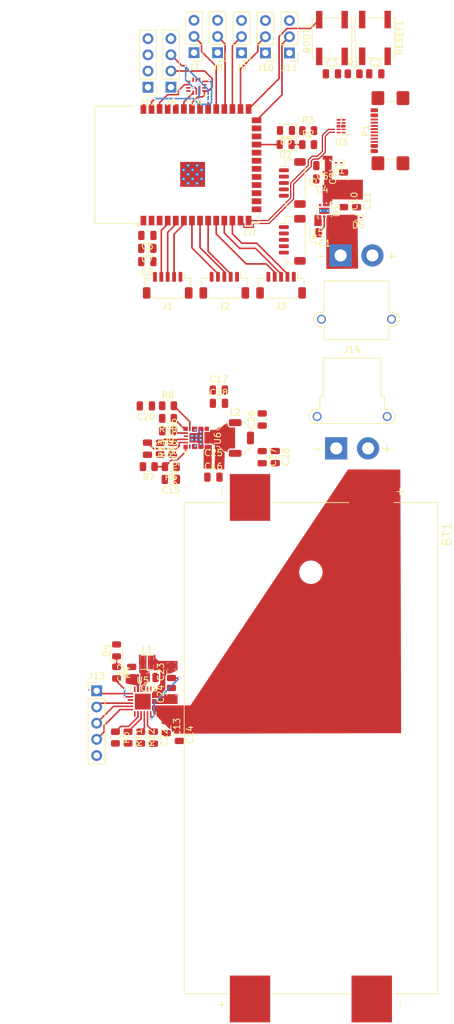
<source format=kicad_pcb>
(kicad_pcb (version 20240108) (generator "pcbnew") (generator_version "8.0")
  (layers (0 "F.Cu" signal) (31 "B.Cu" signal) (34 "B.Paste" user) (35 "F.Paste" user) (36 "B.SilkS" user "B.Silkscreen") (37 "F.SilkS" user "F.Silkscreen") (38 "B.Mask" user) (39 "F.Mask" user) (44 "Edge.Cuts" user))
  (net 0 "")
  (net 1 "GND")
  (net 2 "Net-(U2-GPIO0{slash}BOOT)")
  (net 3 "+5V")
  (net 4 "Net-(U2-EN)")
  (net 5 "+3.3V")
  (net 6 "VBUS")
  (net 7 "+BATT")
  (net 8 "Net-(U6-VCC)")
  (net 9 "Net-(U6-SS)")
  (net 10 "Net-(U5-REGN)")
  (net 11 "Net-(U5-BTST)")
  (net 12 "Net-(D2-A)")
  (net 13 "Net-(D2-K)")
  (net 14 "Net-(D3-K)")
  (net 15 "Net-(D4-K)")
  (net 16 "/HALL1A")
  (net 17 "/HALL1C")
  (net 18 "/HALL1B")
  (net 19 "/HALL2C")
  (net 20 "/HALL2B")
  (net 21 "/HALL2A")
  (net 22 "/HALL3A")
  (net 23 "/HALL3C")
  (net 24 "/HALL3B")
  (net 25 "/HALL4A")
  (net 26 "/HALL4B")
  (net 27 "/HALL4C")
  (net 28 "/HALL5A")
  (net 29 "/HALL5C")
  (net 30 "/HALL5B")
  (net 31 "/IMU/SCLK")
  (net 32 "/IMU/SDO")
  (net 33 "/MOTOR1")
  (net 34 "/MOTOR2")
  (net 35 "/MOTOR3")
  (net 36 "/MOTOR4")
  (net 37 "/MOTOR5")
  (net 38 "Net-(J12-Pin_3)")
  (net 39 "Net-(J12-Pin_2)")
  (net 40 "Net-(J13-Pin_3)")
  (net 41 "Net-(J13-Pin_1)")
  (net 42 "Net-(J13-Pin_4)")
  (net 43 "Net-(J13-Pin_2)")
  (net 45 "/MCU/USB_N")
  (net 50 "/MCU/USB_P")
  (net 52 "Net-(U5-STAT)")
  (net 53 "Net-(U5-ILIM)")
  (net 54 "Net-(U6-EN)")
  (net 55 "Net-(U6-PG)")
  (net 56 "Net-(U6-ILIM)")
  (net 57 "Net-(U6-MSEL)")
  (net 58 "Net-(U5-MID)")
  (net 59 "/Power/CELL_1")
  (net 60 "Net-(U5-CBSET)")
  (net 61 "Net-(U6-FB)")
  (net 64 "/IMU/SDI")
  (net 67 "/IMU/SCS")
  (net 68 "/IMU/INT1")
  (net 70 "/IMU/INT2")
  (net 79 "/Power/PMID")
  (net 80 "/Power/SNS")
  (net 81 "/Power/SW_BAT")
  (net 82 "/Power/SW_5")
  (net 83 "/Power/BOOT")
  (footprint "Capacitor_SMD:C_0805_2012Metric" (layer "F.Cu") (at 75.9714 42.3926)
    (property "Reference" "C3")
    (property "Value" "0.1u")
  )
  (footprint "RF_Module:ESP32-S3-WROOM-1" (layer "F.Cu") (at 51.639 56.666 90)
    (property "Reference" "U2")
    (property "Value" "ESP32-S3-WROOM-1")
  )
  (footprint "Capacitor_SMD:C_0805_2012Metric" (layer "F.Cu") (at 47.0154 101.1878 -90)
    (property "Reference" "C21")
    (property "Value" "39n")
  )
  (footprint "Capacitor_SMD:C_0805_2012Metric" (layer "F.Cu") (at 50.6882 106.0138 180)
    (property "Reference" "C15")
    (property "Value" "100n")
  )
  (footprint "Resistor_SMD:R_0805_2012Metric" (layer "F.Cu") (at 43.9674 146.4995 -90)
    (property "Reference" "R11")
    (property "Value" "300")
  )
  (footprint "Diode_SMD:D_SOD-923" (layer "F.Cu") (at 77.0267 56.3372 180)
    (property "Reference" "D1")
    (property "Value" "ESD9B3.3ST5G")
  )
  (footprint "Connector_JST:JST_SH_BM05B-SRSS-TB_1x05-1MP_P1.00mm_Vertical" (layer "F.Cu") (at 69.7526 68.4342 -90)
    (property "Reference" "J4")
    (property "Value" "HALL4")
  )
  (footprint "Package_DFN_QFN:Diodes_UDFN-10_1.0x2.5mm_P0.5mm" (layer "F.Cu") (at 77.4127 50.6048 180)
    (property "Reference" "U3")
    (property "Value" "D3V3XA4B10LP")
  )
  (footprint "Inductor_SMD:L_Taiyo-Yuden_MD-2020" (layer "F.Cu") (at 46.9544 134.7158)
    (property "Reference" "L1")
    (property "Value" "1u")
  )
  (footprint "Capacitor_SMD:C_0805_2012Metric" (layer "F.Cu") (at 52.0192 146.0746 -90)
    (property "Reference" "C14")
    (property "Value" "1u")
  )
  (footprint "Capacitor_SMD:C_0805_2012Metric" (layer "F.Cu") (at 57.3684 105.6582)
    (property "Reference" "C16")
    (property "Value" "4.7u")
  )
  (footprint "Capacitor_SMD:C_0805_2012Metric" (layer "F.Cu") (at 57.3786 103.5246)
    (property "Reference" "C25")
    (property "Value" "100n")
  )
  (footprint "Capacitor_SMD:C_0805_2012Metric" (layer "F.Cu") (at 46.7633 94.4822 180)
    (property "Reference" "C20")
    (property "Value" "2.2u")
  )
  (footprint "Connector_JST:JST_SH_BM05B-SRSS-TB_1x05-1MP_P1.00mm_Vertical" (layer "F.Cu") (at 69.7526 59.5188 -90)
    (property "Reference" "J5")
    (property "Value" "HALL5")
  )
  (footprint "Connector_AMASS:AMASS_XT30PW-F_1x02_P2.50mm_Horizontal" (layer "F.Cu") (at 76.6464 101.1402)
    (property "Reference" "J14")
    (property "Value" "Battery Connector Bat")
  )
  (footprint "Connector_JST:JST_SH_BM05B-SRSS-TB_1x05-1MP_P1.00mm_Vertical" (layer "F.Cu") (at 67.9904 75.56 180)
    (property "Reference" "J3")
    (property "Value" "HALL3")
  )
  (footprint "Diode_SMD:D_SOD-923" (layer "F.Cu") (at 80.0862 64.9478 180)
    (property "Reference" "D5")
    (property "Value" "ESD9B5.0ST5G")
  )
  (footprint "Resistor_SMD:R_0805_2012Metric" (layer "F.Cu") (at 41.9862 146.4995 -90)
    (property "Reference" "R5")
    (property "Value" "383")
  )
  (footprint "Connector_PinHeader_2.54mm:PinHeader_1x03_P2.54mm_Vertical" (layer "F.Cu") (at 69.302 39.121 180)
    (property "Reference" "J11")
    (property "Value" "MOTOR5")
  )
  (footprint "Capacitor_SMD:C_0805_2012Metric" (layer "F.Cu") (at 47.0002 67.7418 180)
    (property "Reference" "C6")
    (property "Value" "10u")
  )
  (footprint "Capacitor_SMD:C_0805_2012Metric" (layer "F.Cu") (at 50.7746 139.6688 90)
    (property "Reference" "C24")
    (property "Value" "44u")
  )
  (footprint "Capacitor_SMD:C_0805_2012Metric" (layer "F.Cu") (at 74.4728 58.8772 180)
    (property "Reference" "C4")
    (property "Value" "1u")
  )
  (footprint "Capacitor_SMD:C_0805_2012Metric" (layer "F.Cu") (at 47.9552 146.5097 -90)
    (property "Reference" "C22")
    (property "Value" "4.7u")
  )
  (footprint "Inductor_SMD:L_Bourns_SRU5016_5.2x5.2mm" (layer "F.Cu") (at 60.7822 99.5114)
    (property "Reference" "L2")
    (property "Value" "220u")
  )
  (footprint "Resistor_SMD:R_0805_2012Metric" (layer "F.Cu") (at 72.2357 53.4924)
    (property "Reference" "R2")
    (property "Value" "500")
  )
  (footprint "LED_SMD:LED_0805_2012Metric" (layer "F.Cu") (at 68.707 53.4924 180)
    (property "Reference" "D2")
    (property "Value" "LED")
  )
  (footprint "Capacitor_SMD:C_0805_2012Metric" (layer "F.Cu") (at 44.5414 136.3668 90)
    (property "Reference" "C12")
    (property "Value" "1u")
  )
  (footprint "Capacitor_SMD:C_0805_2012Metric" (layer "F.Cu") (at 77.8054 62.357 -90)
    (property "Reference" "C10")
    (property "Value" "0.1u")
  )
  (footprint "Resistor_SMD:R_0805_2012Metric" (layer "F.Cu") (at 50.2431 98.4192 180)
    (property "Reference" "R9")
    (property "Value" "11k")
  )
  (footprint "Capacitor_SMD:C_0805_2012Metric" (layer "F.Cu") (at 47.3354 137.078 180)
    (property "Reference" "C19")
    (property "Value" "10u")
  )
  (footprint "Resistor_SMD:R_0805_2012Metric" (layer "F.Cu") (at 79.375 42.3926)
    (property "Reference" "R1")
    (property "Value" "10k")
  )
  (footprint "Package_LGA:Bosch_LGA-14_3x2.5mm_P0.5mm" (layer "F.Cu") (at 54.6942 44.3449 180)
    (property "Reference" "U4")
    (property "Value" "IIM-42652")
  )
  (footprint "Button_Switch_SMD:SW_SPST_EVPBF" (layer "F.Cu") (at 75.978 36.785 90)
    (property "Reference" "BOOT1")
    (property "Value" "SW_Push")
  )
  (footprint "Capacitor_SMD:C_0805_2012Metric" (layer "F.Cu") (at 65.024 102.5238 -90)
    (property "Reference" "C27")
    (property "Value" "47u")
  )
  (footprint "Resistor_SMD:R_0805_2012Metric" (layer "F.Cu") (at 42.164 136.3141 -90)
    (property "Reference" "R4")
    (property "Value" "2.2k")
  )
  (footprint "Connector_PinHeader_2.54mm:PinHeader_1x03_P2.54mm_Vertical" (layer "F.Cu") (at 58.022 39.076 180)
    (property "Reference" "J8")
    (property "Value" "MOTOR2")
  )
  (footprint "Resistor_SMD:R_0805_2012Metric" (layer "F.Cu") (at 50.2431 94.4568)
    (property "Reference" "R8")
    (property "Value" "10k")
  )
  (footprint "Capacitor_SMD:C_0805_2012Metric" (layer "F.Cu") (at 58.2168 91.993)
    (property "Reference" "C17")
    (property "Value" "1u")
  )
  (footprint "Capacitor_SMD:C_0805_2012Metric" (layer "F.Cu") (at 74.4728 56.7944 180)
    (property "Reference" "C5")
    (property "Value" "1u")
  )
  (footprint "Connector_PinHeader_2.54mm:PinHeader_1x03_P2.54mm_Vertical" (layer "F.Cu") (at 54.322 39.076 180)
    (property "Reference" "J7")
    (property "Value" "MOTOR1")
  )
  (footprint "Capacitor_SMD:C_0805_2012Metric" (layer "F.Cu") (at 82.7786 42.3926)
    (property "Reference" "C2")
    (property "Value" "0.1u")
  )
  (footprint "Capacitor_SMD:C_0805_2012Metric" (layer "F.Cu") (at 49.9618 144.8554 -90)
    (property "Reference" "C13")
    (property "Value" "4.7u")
  )
  (footprint "Connector_PinHeader_2.54mm:PinHeader_1x03_P2.54mm_Vertical" (layer "F.Cu") (at 65.532 39.116 180)
    (property "Reference" "J10")
    (property "Value" "MOTOR4")
  )
  (footprint "Package_SON:WSON-6-1EP_2x2mm_P0.65mm_EP1x1.6mm_ThermalVias" (layer "F.Cu") (at 74.7726 63.881 -90)
    (property "Reference" "U1")
    (property "Value" "TLV76733DRVx")
  )
  (footprint "Resistor_SMD:R_0805_2012Metric" (layer "F.Cu") (at 47.2186 104.0072 180)
    (property "Reference" "R7")
    (property "Value" "100k")
  )
  (footprint "Package_DFN_QFN:VQFN-24-1EP_4x4mm_P0.5mm_EP2.5x2.5mm" (layer "F.Cu") (at 46.2734 140.8555)
    (property "Reference" "U5")
    (property "Value" "BQ25887")
  )
  (footprint "Capacitor_SMD:C_0805_2012Metric" (layer "F.Cu") (at 65.024 96.6158 90)
    (property "Reference" "C26")
    (property "Value" "47u")
  )
  (footprint "LED_SMD:LED_0805_2012Metric" (layer "F.Cu") (at 68.7601 51.2826 180)
    (property "Reference" "D3")
    (property "Value" "LED")
  )
  (footprint "Capacitor_SMD:C_0805_2012Metric" (layer "F.Cu") (at 50.7746 136.2042 90)
    (property "Reference" "C23")
    (property "Value" "47n")
  )
  (footprint "Capacitor_SMD:C_0805_2012Metric" (layer "F.Cu") (at 74.8386 67.31 180)
    (property "Reference" "C1")
    (property "Value" "1u")
  )
  (footprint "Capacitor_SMD:C_0805_2012Metric" (layer "F.Cu") (at 79.8424 62.3672 -90)
    (property "Reference" "C11")
    (property "Value" "2.2u")
  )
  (footprint "Capacitor_SMD:C_0805_2012Metric" (layer "F.Cu") (at 67.0814 102.5086 -90)
    (property "Reference" "C28")
    (property "Value" "47u")
  )
  (footprint "Capacitor_SMD:C_0805_2012Metric" (layer "F.Cu") (at 46.99 69.7738 180)
    (property "Reference" "C7")
    (property "Value" "1u")
  )
  (footprint "Button_Switch_SMD:SW_SPST_EVPBF" (layer "F.Cu") (at 82.7212 36.7636 -90)
    (property "Reference" "RESET1")
    (property "Value" "SW_Push")
  )
  (footprint "Connector_JST:JST_SH_BM05B-SRSS-TB_1x05-1MP_P1.00mm_Vertical" (layer "F.Cu") (at 59.0804 75.56 180)
    (property "Reference" "J2")
    (property "Value" "HALL2")
  )
  (footprint "Resistor_SMD:R_0805_2012Metric" (layer "F.Cu") (at 45.9486 146.4995 -90)
    (property "Reference" "R12")
    (property "Value" "9.5")
  )
  (footprint "Connector_PinHeader_2.54mm:PinHeader_1x05_P2.54mm_Vertical" (layer "F.Cu") (at 39.0398 139.1608)
    (property "Reference" "J13")
    (property "Value" "Conn_01x05_Pin")
  )
  (footprint "Connector_USB:USB_C_Receptacle_GCT_USB4110" (layer "F.Cu") (at 86.298 51.3136 90)
    (property "Reference" "P1")
    (property "Value" "USB_C_Plug_USB2.0")
  )
  (footprint "Capacitor_SMD:C_0805_2012Metric" (layer "F.Cu") (at 58.227 94.0758)
    (property "Reference" "C18")
    (property "Value" "100n")
  )
  (footprint "Connector_JST:JST_SH_BM05B-SRSS-TB_1x05-1MP_P1.00mm_Vertical" (layer "F.Cu") (at 50.1904 75.565 180)
    (property "Reference" "J1")
    (property "Value" "HALL1")
  )
  (footprint "LED_SMD:LED_0805_2012Metric" (layer "F.Cu") (at 42.164 132.8301 90)
    (property "Reference" "D4")
    (property "Value" "LED")
  )
  (footprint "Connector_PinHeader_2.54mm:PinHeader_1x03_P2.54mm_Vertical" (layer "F.Cu") (at 61.782 39.101 180)
    (property "Reference" "J9")
    (property "Value" "MOTOR3")
  )
  (footprint "Resistor_SMD:R_0805_2012Metric" (layer "F.Cu") (at 50.6749 104.0072 180)
    (property "Reference" "R6")
    (property "Value" "422k")
  )
  (footprint "Connector_PinHeader_2.54mm:PinHeader_1x04_P2.54mm_Vertical" (layer "F.Cu") (at 50.6984 44.4908 180)
    (property "Reference" "J6")
    (property "Value" "Conn_01x04_Pin")
  )
  (footprint "Resistor_SMD:R_0805_2012Metric" (layer "F.Cu") (at 50.9778 101.1897 90)
    (property "Reference" "R13")
    (property "Value" "45.3k")
  )
  (footprint "Resistor_SMD:R_0805_2012Metric" (layer "F.Cu") (at 50.2431 96.438 180)
    (property "Reference" "R10")
    (property "Value" "5k")
  )
  (footprint "fydp library:BAT_1048P" (layer "F.Cu") (at 72.6694 148.168 -90)
    (property "Reference" "BT1")
    (property "Value" "1048P")
  )
  (footprint "Resistor_SMD:R_0805_2012Metric" (layer "F.Cu") (at 49.022 101.1878 -90)
    (property "Reference" "R14")
    (property "Value" "10k")
  )
  (footprint "fydp library:RZR0016A-MFG" (layer "F.Cu") (at 54.661801 99.486 90)
    (property "Reference" "U6")
    (property "Value" "TPS54KB20RZRR")
  )
  (footprint "Resistor_SMD:R_0805_2012Metric" (layer "F.Cu") (at 72.2422 51.308)
    (property "Reference" "R3")
    (property "Value" "5.1k")
  )
  (footprint "Connector_AMASS:AMASS_XT30PW-M_1x02_P2.50mm_Horizontal" (layer "F.Cu") (at 77.3322 70.8806 180)
    (property "Reference" "J15")
    (property "Value" "Battery Connector MCU")
  )
  (footprint "Capacitor_SMD:C_0805_2012Metric" (layer "F.Cu") (at 46.99 71.8566 180)
    (property "Reference" "C8")
    (property "Value" "1u")
  )
  (footprint "Capacitor_SMD:C_0805_2012Metric" (layer "F.Cu") (at 77.8104 58.8162 90)
    (property "Reference" "C9")
    (property "Value" "10n")
  )
  (footprint "Connector_PinHeader_2.54mm:PinHeader_1x04_P2.54mm_Vertical" (layer "F.Cu") (at 47.0916 44.5008 180)
    (property "Reference" "J12")
    (property "Value" "Conn_01x04_Pin")
  )
  (segment (start 74.7726 66.426) (end 73.8886 67.31) (width 0.25) (layer "F.Cu") (net 1))
  (segment (start 74.7726 64.7685) (end 74.7726 66.426) (width 0.25) (layer "F.Cu") (net 1))
  (segment (start 62.889 47.916) (end 67.677 43.128) (width 0.25) (layer "F.Cu") (net 2))
  (segment (start 72.6024 35.2806) (end 73.978 33.905) (width 0.25) (layer "F.Cu") (net 2))
  (segment (start 68.940699 35.2806) (end 72.6024 35.2806) (width 0.25) (layer "F.Cu") (net 2))
  (segment (start 67.677 43.128) (end 67.677 36.544299) (width 0.25) (layer "F.Cu") (net 2))
  (segment (start 67.677 36.544299) (end 68.940699 35.2806) (width 0.25) (layer "F.Cu") (net 2))
  (segment (start 52.0028 100.7848) (end 51.5998 101.1878) (width 0.25) (layer "F.Cu") (net 9))
  (segment (start 52.0028 100.2226) (end 52.0028 100.7848) (width 0.25) (layer "F.Cu") (net 9))
  (segment (start 53.036798 100.235999) (end 53.023399 100.2226) (width 0.25) (layer "F.Cu") (net 9))
  (segment (start 47.9654 101.1878) (end 47.0154 100.2378) (width 0.25) (layer "F.Cu") (net 9))
  (segment (start 51.5998 101.1878) (end 47.9654 101.1878) (width 0.25) (layer "F.Cu") (net 9))
  (segment (start 53.023399 100.2226) (end 52.0028 100.2226) (width 0.25) (layer "F.Cu") (net 9))
  (segment (start 47.0234 144.6279) (end 47.9552 145.5597) (width 0.25) (layer "F.Cu") (net 10))
  (segment (start 47.0234 142.793) (end 47.0234 144.6279) (width 0.25) (layer "F.Cu") (net 10))
  (segment (start 51.9938 137.1796) (end 51.9684 137.1542) (width 0.25) (layer "F.Cu") (net 11))
  (segment (start 47.5234 143.555) (end 47.5234 142.793) (width 0.25) (layer "F.Cu") (net 11))
  (segment (start 50.7746 137.1542) (end 51.9938 137.1796) (width 0.25) (layer "F.Cu") (net 11))
  (via (at 47.5234 143.555) (size 0.4) (drill 0.3) (layers "F.Cu" "B.Cu") (net 11))
  (via (at 51.9938 137.1796) (size 0.4) (drill 0.3) (layers "F.Cu" "B.Cu") (net 11))
  (segment (start 48.0568 142.6406) (end 48.0568 142.793) (width 0.25) (layer "B.Cu") (net 11))
  (segment (start 51.9938 137.1796) (end 48.0568 141.1166) (width 0.25) (layer "B.Cu") (net 11))
  (segment (start 48.0568 141.1166) (end 48.0568 142.6406) (width 0.25) (layer "B.Cu") (net 11))
  (segment (start 48.0568 143.0216) (end 47.5234 143.555) (width 0.25) (layer "B.Cu") (net 11))
  (segment (start 48.0568 142.6406) (end 48.0568 143.0216) (width 0.25) (layer "B.Cu") (net 11))
  (segment (start 64.139 53.491) (end 67.7681 53.491) (width 0.25) (layer "F.Cu") (net 12))
  (segment (start 67.7681 53.491) (end 67.7695 53.4924) (width 0.25) (layer "F.Cu") (net 12))
  (segment (start 69.6445 53.4924) (end 71.3232 53.4924) (width 0.25) (layer "F.Cu") (net 13))
  (segment (start 42.164 135.4016) (end 42.164 133.7676) (width 0.25) (layer "F.Cu") (net 15))
  (segment (start 50.189 65.9398) (end 50.189 65.416) (width 0.25) (layer "F.Cu") (net 16))
  (segment (start 49.1904 74.24) (end 49.1904 66.9384) (width 0.25) (layer "F.Cu") (net 16))
  (segment (start 49.1904 66.9384) (end 50.189 65.9398) (width 0.25) (layer "F.Cu") (net 16))
  (segment (start 51.1904 67.5346) (end 52.729 65.996) (width 0.25) (layer "F.Cu") (net 17))
  (segment (start 52.729 65.996) (end 52.729 65.416) (width 0.25) (layer "F.Cu") (net 17))
  (segment (start 51.1904 74.24) (end 51.1904 67.5346) (width 0.25) (layer "F.Cu") (net 17))
  (segment (start 50.1904 67.2646) (end 51.459 65.996) (width 0.25) (layer "F.Cu") (net 18))
  (segment (start 50.1904 74.24) (end 50.1904 67.2646) (width 0.25) (layer "F.Cu") (net 18))
  (segment (start 51.459 65.996) (end 51.459 65.416) (width 0.25) (layer "F.Cu") (net 18))
  (segment (start 60.0804 73.784092) (end 60.0804 74.235) (width 0.25) (layer "F.Cu") (net 19))
  (segment (start 56.539 70.242692) (end 60.0804 73.784092) (width 0.25) (layer "F.Cu") (net 19))
  (segment (start 56.539 65.416) (end 56.539 70.242692) (width 0.25) (layer "F.Cu") (net 19))
  (segment (start 59.0804 73.460001) (end 55.269 69.648601) (width 0.25) (layer "F.Cu") (net 20))
  (segment (start 59.0804 74.235) (end 59.0804 73.460001) (width 0.25) (layer "F.Cu") (net 20))
  (segment (start 55.269 69.648601) (end 55.269 65.416) (width 0.25) (layer "F.Cu") (net 20))
  (segment (start 53.999 69.6862) (end 58.0804 73.7676) (width 0.25) (layer "F.Cu") (net 21))
  (segment (start 53.999 65.416) (end 53.999 69.6862) (width 0.25) (layer "F.Cu") (net 21))
  (segment (start 58.0804 73.7676) (end 58.0804 74.235) (width 0.25) (layer "F.Cu") (net 21))
  (segment (start 57.809 65.416) (end 57.809 67.504508) (width 0.25) (layer "F.Cu") (net 22))
  (segment (start 65.659 72.2122) (end 66.9904 73.5436) (width 0.25) (layer "F.Cu") (net 22))
  (segment (start 62.516692 72.2122) (end 65.659 72.2122) (width 0.25) (layer "F.Cu") (net 22))
  (segment (start 57.809 67.504508) (end 62.516692 72.2122) (width 0.25) (layer "F.Cu") (net 22))
  (segment (start 66.9904 73.5436) (end 66.9904 74.235) (width 0.25) (layer "F.Cu") (net 22))
  (segment (start 60.349 67.4864) (end 61.8236 68.961) (width 0.25) (layer "F.Cu") (net 23))
  (segment (start 61.8236 68.961) (end 64.167308 68.961) (width 0.25) (layer "F.Cu") (net 23))
  (segment (start 64.167308 68.961) (end 68.9904 73.784092) (width 0.25) (layer "F.Cu") (net 23))
  (segment (start 68.9904 73.784092) (end 68.9904 74.235) (width 0.25) (layer "F.Cu") (net 23))
  (segment (start 60.349 65.416) (end 60.349 67.4864) (width 0.25) (layer "F.Cu") (net 23))
  (segment (start 63.980108 69.7738) (end 67.9904 73.784092) (width 0.25) (layer "F.Cu") (net 24))
  (segment (start 67.9904 73.784092) (end 67.9904 74.235) (width 0.25) (layer "F.Cu") (net 24))
  (segment (start 59.079 65.416) (end 59.079 67.3594) (width 0.25) (layer "F.Cu") (net 24))
  (segment (start 59.079 67.3594) (end 61.4934 69.7738) (width 0.25) (layer "F.Cu") (net 24))
  (segment (start 61.4934 69.7738) (end 63.980108 69.7738) (width 0.25) (layer "F.Cu") (net 24))
  (segment (start 56.5404 47.9146) (end 56.539 47.916) (width 0.25) (layer "F.Cu") (net 31))
  (segment (start 54.4501 44.5008) (end 54.2036 44.5008) (width 0.25) (layer "F.Cu") (net 31))
  (segment (start 53.0098 41.148) (end 53.0352 41.1226) (width 0.25) (layer "F.Cu") (net 31))
  (segment (start 52.4102 41.1226) (end 53.0098 41.148) (width 0.25) (layer "F.Cu") (net 31))
  (segment (start 54.6942 44.7449) (end 54.4501 44.5008) (width 0.25) (layer "F.Cu") (net 31))
  (segment (start 50.6984 39.4108) (end 52.4102 41.1226) (width 0.25) (layer "F.Cu") (net 31))
  (segment (start 54.6942 45.3574) (end 54.6942 44.7449) (width 0.25) (layer "F.Cu") (net 31))
  (segment (start 56.5404 46.6598) (end 56.5404 47.9146) (width 0.25) (layer "F.Cu") (net 31))
  (via (at 54.2036 44.5262) (size 0.4) (drill 0.3) (layers "F.Cu" "B.Cu") (net 31))
  (via (at 53.0098 41.148) (size 0.4) (drill 0.3) (layers "F.Cu" "B.Cu") (net 31))
  (via (at 56.5404 46.6598) (size 0.4) (drill 0.3) (layers "F.Cu" "B.Cu") (net 31))
  (segment (start 53.0098 41.148) (end 53.0098 41.319937) (width 0.25) (layer "B.Cu") (net 31))
  (segment (start 53.0098 41.148) (end 53.0098 43.3324) (width 0.25) (layer "B.Cu") (net 31))
  (segment (start 56.5404 44.850537) (end 56.5404 46.6344) (width 0.25) (layer "B.Cu") (net 31))
  (segment (start 53.0098 43.3324) (end 54.2036 44.5262) (width 0.25) (layer "B.Cu") (net 31))
  (segment (start 53.0098 41.319937) (end 56.5404 44.850537) (width 0.25) (layer "B.Cu") (net 31))
  (segment (start 55.9567 45.7074) (end 55.9567 45.0949) (width 0.25) (layer "F.Cu") (net 32))
  (segment (start 57.1682 44.4959) (end 57.1682 43.1474) (width 0.25) (layer "F.Cu") (net 32))
  (segment (start 54.8951 46.0199) (end 55.6442 46.0199) (width 0.25) (layer "F.Cu") (net 32))
  (segment (start 55.9716 41.9508) (end 50.6984 41.9508) (width 0.25) (layer "F.Cu") (net 32))
  (segment (start 53.999 46.916) (end 54.8951 46.0199) (width 0.25) (layer "F.Cu") (net 32))
  (segment (start 53.999 47.916) (end 53.999 46.916) (width 0.25) (layer "F.Cu") (net 32))
  (segment (start 55.6442 46.0199) (end 55.9567 45.7074) (width 0.25) (layer "F.Cu") (net 32))
  (segment (start 55.9567 45.0949) (end 56.5692 45.0949) (width 0.25) (layer "F.Cu") (net 32))
  (segment (start 56.5692 45.0949) (end 57.1682 44.4959) (width 0.25) (layer "F.Cu") (net 32))
  (segment (start 57.1682 43.1474) (end 55.9716 41.9508) (width 0.25) (layer "F.Cu") (net 32))
  (segment (start 55.497 37.711) (end 54.322 36.536) (width 0.25) (layer "F.Cu") (net 33))
  (segment (start 57.809 47.916) (end 57.809 41.213) (width 0.25) (layer "F.Cu") (net 33))
  (segment (start 55.497 38.901) (end 55.497 37.711) (width 0.25) (layer "F.Cu") (net 33))
  (segment (start 57.809 41.213) (end 55.497 38.901) (width 0.25) (layer "F.Cu") (net 33))
  (segment (start 59.079 47.916) (end 59.197 47.798) (width 0.25) (layer "F.Cu") (net 34))
  (segment (start 59.197 37.711) (end 58.022 36.536) (width 0.25) (layer "F.Cu") (net 34))
  (segment (start 59.197 47.798) (end 59.197 37.711) (width 0.25) (layer "F.Cu") (net 34))
  (segment (start 60.349 37.994) (end 61.782 36.561) (width 0.25) (layer "F.Cu") (net 35))
  (segment (start 60.349 47.916) (end 60.349 37.994) (width 0.25) (layer "F.Cu") (net 35))
  (segment (start 61.619 41.614) (end 64.357 38.876) (width 0.25) (layer "F.Cu") (net 36))
  (segment (start 64.357 38.876) (end 64.357 37.751) (width 0.25) (layer "F.Cu") (net 36))
  (segment (start 64.357 37.751) (end 65.532 36.576) (width 0.25) (layer "F.Cu") (net 36))
  (segment (start 61.619 47.916) (end 61.619 41.614) (width 0.25) (layer "F.Cu") (net 36))
  (segment (start 64.139 49.681) (end 68.127 45.693) (width 0.25) (layer "F.Cu") (net 37))
  (segment (start 68.127 37.756) (end 69.302 36.581) (width 0.25) (layer "F.Cu") (net 37))
  (segment (start 68.127 45.693) (end 68.127 37.756) (width 0.25) (layer "F.Cu") (net 37))
  (segment (start 41.6751 141.6055) (end 39.0398 144.2408) (width 0.25) (layer "F.Cu") (net 40))
  (segment (start 46.2329 141.0355) (end 46.2124 141.015) (width 0.25) (layer "F.Cu") (net 40))
  (segment (start 44.3359 141.6055) (end 41.6751 141.6055) (width 0.25) (layer "F.Cu") (net 40))
  (segment (start 37.7969 139.0355) (end 37.7444 138.983) (width 0.25) (layer "F.Cu") (net 41))
  (segment (start 44.3359 139.6055) (end 39.4845 139.6055) (width 0.25) (layer "F.Cu") (net 41))
  (segment (start 39.4845 139.6055) (end 39.0398 139.1608) (width 0.25) (layer "F.Cu") (net 41))
  (segment (start 42.7228 142.1055) (end 40.2148 144.6135) (width 0.25) (layer "F.Cu") (net 42))
  (segment (start 44.3359 142.1055) (end 42.7228 142.1055) (width 0.25) (layer "F.Cu") (net 42))
  (segment (start 40.2148 144.6135) (end 40.2148 145.6058) (width 0.25) (layer "F.Cu") (net 42))
  (segment (start 40.2148 145.6058) (end 39.0398 146.7808) (width 0.25) (layer "F.Cu") (net 42))
  (segment (start 39.6351 141.1055) (end 39.0398 141.7008) (width 0.25) (layer "F.Cu") (net 43))
  (segment (start 44.3359 141.1055) (end 39.6351 141.1055) (width 0.25) (layer "F.Cu") (net 43))
  (segment (start 63.639 66.466) (end 63.639 65.866) (width 0.2) (layer "F.Cu") (net 45))
  (segment (start 69.95258 59.70242) (end 72.7228 56.9322) (width 0.2) (layer "F.Cu") (net 45))
  (segment (start 62.069 65.866) (end 62.139 65.866) (width 0.2) (layer "F.Cu") (net 45))
  (segment (start 62.139 66.466) (end 63.639 66.466) (width 0.2) (layer "F.Cu") (net 45))
  (segment (start 69.95258 62.034076) (end 69.95258 59.70242) (width 0.2) (layer "F.Cu") (net 45))
  (segment (start 72.7228 56.9322) (end 72.7228 56.084656) (width 0.2) (layer "F.Cu") (net 45))
  (segment (start 63.639 65.866) (end 66.120656 65.866) (width 0.2) (layer "F.Cu") (net 45))
  (segment (start 66.120656 65.866) (end 69.95258 62.034076) (width 0.2) (layer "F.Cu") (net 45))
  (segment (start 72.7228 56.084656) (end 73.038056 55.7694) (width 0.2) (layer "F.Cu") (net 45))
  (segment (start 74.9264 54.7286) (end 74.9264 52.214) (width 0.2) (layer "F.Cu") (net 45))
  (segment (start 75.582 51.5584) (end 76.379615 51.5584) (width 0.2) (layer "F.Cu") (net 45))
  (segment (start 73.8856 55.7694) (end 74.9264 54.7286) (width 0.2) (layer "F.Cu") (net 45))
  (segment (start 73.038056 55.7694) (end 73.8856 55.7694) (width 0.2) (layer "F.Cu") (net 45))
  (segment (start 62.139 65.866) (end 62.139 66.466) (width 0.2) (layer "F.Cu") (net 45))
  (segment (start 61.619 65.416) (end 62.069 65.866) (width 0.2) (layer "F.Cu") (net 45))
  (segment (start 74.9264 52.214) (end 75.582 51.5584) (width 0.2) (layer "F.Cu") (net 45))
  (segment (start 74.4764 54.5422) (end 74.4764 52.0276) (width 0.2) (layer "F.Cu") (net 50))
  (segment (start 69.5026 61.859352) (end 69.5026 59.516) (width 0.2) (layer "F.Cu") (net 50))
  (segment (start 69.5026 59.516) (end 72.27282 56.74578) (width 0.2) (layer "F.Cu") (net 50))
  (segment (start 74.4764 52.0276) (end 75.3956 51.1084) (width 0.2) (layer "F.Cu") (net 50))
  (segment (start 62.889 65.416) (end 65.945952 65.416) (width 0.2) (layer "F.Cu") (net 50))
  (segment (start 72.27282 56.74578) (end 72.27282 55.898268) (width 0.2) (layer "F.Cu") (net 50))
  (segment (start 72.851668 55.31942) (end 73.69918 55.31942) (width 0.2) (layer "F.Cu") (net 50))
  (segment (start 72.27282 55.898268) (end 72.851668 55.31942) (width 0.2) (layer "F.Cu") (net 50))
  (segment (start 75.3956 51.1084) (end 76.379615 51.1084) (width 0.2) (layer "F.Cu") (net 50))
  (segment (start 65.945952 65.416) (end 69.5026 61.859352) (width 0.2) (layer "F.Cu") (net 50))
  (segment (start 73.69918 55.31942) (end 74.4764 54.5422) (width 0.2) (layer "F.Cu") (net 50))
  (segment (start 43.4799 140.1055) (end 43.434 140.1514) (width 0.25) (layer "F.Cu") (net 52))
  (segment (start 42.164 137.6622) (end 43.4086 138.9068) (width 0.25) (layer "F.Cu") (net 52))
  (segment (start 42.164 137.2266) (end 42.164 137.6622) (width 0.25) (layer "F.Cu") (net 52))
  (segment (start 44.3359 140.1055) (end 43.4799 140.1055) (width 0.25) (layer "F.Cu") (net 52))
  (via (at 43.434 140.1514) (size 0.4) (drill 0.3) (layers "F.Cu" "B.Cu") (net 52))
  (via (at 43.4086 138.9322) (size 0.4) (drill 0.3) (layers "F.Cu" "B.Cu") (net 52))
  (segment (start 43.4086 138.9322) (end 43.4086 140.0752) (width 0.25) (layer "B.Cu") (net 52))
  (segment (start 43.4086 140.0752) (end 43.434 140.1006) (width 0.25) (layer "B.Cu") (net 52))
  (segment (start 45.5234 143.28024) (end 44.05414 144.7495) (width 0.25) (layer "F.Cu") (net 53))
  (segment (start 45.5234 142.793) (end 45.5234 143.28024) (width 0.25) (layer "F.Cu") (net 53))
  (segment (start 42.8237 144.7495) (end 41.9862 145.587) (width 0.25) (layer "F.Cu") (net 53))
  (segment (start 44.05414 144.7495) (end 42.8237 144.7495) (width 0.25) (layer "F.Cu") (net 53))
  (segment (start 51.7151 102.9397) (end 52.9993 101.6555) (width 0.25) (layer "F.Cu") (net 54))
  (segment (start 52.9993 101.6555) (end 52.9993 100.898499) (width 0.25) (layer "F.Cu") (net 54))
  (segment (start 50.8299 102.9397) (end 51.7151 102.9397) (width 0.25) (layer "F.Cu") (net 54))
  (segment (start 48.1311 104.0072) (end 49.7624 104.0072) (width 0.25) (layer "F.Cu") (net 54))
  (segment (start 49.7624 104.0072) (end 50.8299 102.9397) (width 0.25) (layer "F.Cu") (net 54))
  (segment (start 53.6618 96.963) (end 53.6618 98.110999) (width 0.25) (layer "F.Cu") (net 55))
  (segment (start 51.1556 94.4568) (end 53.6618 96.963) (width 0.25) (layer "F.Cu") (net 55))
  (segment (start 51.1556 98.4192) (end 51.472401 98.736001) (width 0.25) (layer "F.Cu") (net 56))
  (segment (start 51.472401 98.736001) (end 53.0368 98.736001) (width 0.25) (layer "F.Cu") (net 56))
  (segment (start 52.791101 98.073501) (end 51.1556 96.438) (width 0.25) (layer "F.Cu") (net 57))
  (segment (start 52.9993 98.073501) (end 52.791101 98.073501) (width 0.25) (layer "F.Cu") (net 57))
  (segment (start 43.9674 145.587) (end 46.0234 143.531) (width 0.25) (layer "F.Cu") (net 58))
  (segment (start 46.0234 143.531) (end 46.0234 142.793) (width 0.25) (layer "F.Cu") (net 58))
  (segment (start 46.5234 145.0122) (end 46.5234 142.793) (width 0.25) (layer "F.Cu") (net 60))
  (segment (start 45.9486 145.587) (end 46.5234 145.0122) (width 0.25) (layer "F.Cu") (net 60))
  (segment (start 51.519 99.736) (end 53.0368 99.736) (width 0.25) (layer "F.Cu") (net 61))
  (segment (start 49.5613 99.736) (end 53.0368 99.736) (width 0.25) (layer "F.Cu") (net 61))
  (segment (start 49.022 100.2753) (end 49.5613 99.736) (width 0.25) (layer "F.Cu") (net 61))
  (segment (start 50.9778 100.2772) (end 51.519 99.736) (width 0.25) (layer "F.Cu") (net 61))
  (segment (start 55.269 47.916) (end 55.269 46.6076) (width 0.25) (layer "F.Cu") (net 64))
  (segment (start 55.1942 44.2214) (end 55.0672 44.0944) (width 0.25) (layer "F.Cu") (net 64))
  (segment (start 55.1942 45.3574) (end 55.1942 44.2214) (width 0.25) (layer "F.Cu") (net 64))
  (segment (start 55.269 46.6076) (end 55.2196 46.5582) (width 0.25) (layer "F.Cu") (net 64))
  (segment (start 55.1942 47.8412) (end 55.269 47.916) (width 0.25) (layer "F.Cu") (net 64))
  (via (at 55.0926 44.1452) (size 0.4) (drill 0.3) (layers "F.Cu" "B.Cu") (net 64))
  (via (at 55.2196 46.5582) (size 0.4) (drill 0.3) (layers "F.Cu" "B.Cu") (net 64))
  (segment (start 55.0926 46.4566) (end 55.2196 46.5836) (width 0.25) (layer "B.Cu") (net 64))
  (segment (start 55.0926 44.1452) (end 55.0926 46.4566) (width 0.25) (layer "B.Cu") (net 64))
  (segment (start 54.1942 45.3574) (end 52.729 46.8226) (width 0.25) (layer "F.Cu") (net 67))
  (segment (start 52.729 46.8226) (end 52.729 47.916) (width 0.25) (layer "F.Cu") (net 67))
  (segment (start 47.649 46.8136) (end 47.649 47.916) (width 0.25) (layer "F.Cu") (net 68))
  (segment (start 56.5065 43.5949) (end 56.7182 43.3832) (width 0.25) (layer "F.Cu") (net 68))
  (segment (start 48.1584 46.3042) (end 47.649 46.8136) (width 0.25) (layer "F.Cu") (net 68))
  (segment (start 55.9567 43.5949) (end 56.5065 43.5949) (width 0.25) (layer "F.Cu") (net 68))
  (via (at 56.6674 43.4086) (size 0.4) (drill 0.3) (layers "F.Cu" "B.Cu") (net 68))
  (via (at 48.1584 46.3042) (size 0.4) (drill 0.3) (layers "F.Cu" "B.Cu") (net 68))
  (segment (start 57.0738 43.815) (end 56.6674 43.4086) (width 0.25) (layer "B.Cu") (net 68))
  (segment (start 54.197737 46.2788) (end 55.103737 47.1848) (width 0.25) (layer "B.Cu") (net 68))
  (segment (start 56.757863 47.1848) (end 57.0738 46.868863) (width 0.25) (layer "B.Cu") (net 68))
  (segment (start 55.103737 47.1848) (end 56.757863 47.1848) (width 0.25) (layer "B.Cu") (net 68))
  (segment (start 57.0738 46.868863) (end 57.0738 43.815) (width 0.25) (layer "B.Cu") (net 68))
  (segment (start 48.1838 46.2788) (end 54.197737 46.2788) (width 0.25) (layer "B.Cu") (net 68))
  (segment (start 51.8734 45.6658) (end 51.8734 45.0407) (width 0.25) (layer "F.Cu") (net 70))
  (segment (start 52.8192 44.0949) (end 53.4317 44.0949) (width 0.25) (layer "F.Cu") (net 70))
  (segment (start 48.919 47.916) (end 48.919 46.916) (width 0.25) (layer "F.Cu") (net 70))
  (segment (start 50.1692 45.6658) (end 51.8734 45.6658) (width 0.25) (layer "F.Cu") (net 70))
  (segment (start 48.919 46.916) (end 50.1692 45.6658) (width 0.25) (layer "F.Cu") (net 70))
  (segment (start 51.8734 45.0407) (end 52.8192 44.0949) (width 0.25) (layer "F.Cu") (net 70))
  (segment (start 48.2109 139.6055) (end 48.2879 139.6055) (width 0.25) (layer "F.Cu") (net 81))
  (segment (start 48.2879 139.6055) (end 48.3014 139.592) (width 0.25) (layer "F.Cu") (net 81))
  (zone (net 6) (net_name "VBUS") (layer "F.Cu") (priority 6) (connect_pads yes (clearance 0.05)) (min_thickness 0.05) (fill yes (thermal_gap 0.03) (thermal_bridge_width 1.2))
    (polygon (pts (xy 45.7962 139.364) (xy 45.2374 139.364) (xy 45.2374 138.348) (xy 43.5864 137.9924) (xy 43.5864 136.5446) (xy 45.7708 136.5446)))
  )
  (zone (net 7) (net_name "+BATT") (layer "F.Cu") (priority 7) (connect_pads yes (clearance 0.05)) (min_thickness 0.05) (fill yes (thermal_gap 0.03) (thermal_bridge_width 1.2))
    (polygon (pts (xy 47.7266 141.4468) (xy 53.7718 141.4468) (xy 78.5114 104.439) (xy 86.7156 104.4644) (xy 86.8426 145.8156) (xy 51.181 145.8918) (xy 47.7266 142.3866)))
  )
  (zone (net 5) (net_name "+3.3V") (layer "F.Cu") (priority 11) (connect_pads yes (clearance 0.05)) (min_thickness 0.05) (fill yes (thermal_gap 0.03) (thermal_bridge_width 1.2))
    (polygon (pts (xy 75.6006 62.0776) (xy 80.833 62.1284) (xy 80.833 59.0042) (xy 74.737 59.0042) (xy 74.8386 62.0268)))
  )
  (zone (net 80) (net_name "/Power/SNS") (layer "F.Cu") (priority 4) (connect_pads yes (clearance 0.05)) (min_thickness 0.05) (fill yes (thermal_gap 0.03) (thermal_bridge_width 1.2))
    (polygon (pts (xy 47.6504 140.3038) (xy 47.6504 141.3198) (xy 51.7398 141.3198) (xy 51.7398 139.6942) (xy 49.3522 139.6942) (xy 48.6918 140.3038)))
  )
  (zone (net 3) (net_name "+5V") (layer "F.Cu") (priority 1) (connect_pads (clearance 0.1)) (min_thickness 0.2) (fill yes (thermal_gap 0.25) (thermal_bridge_width 0.7))
    (polygon (pts (xy 74.3916 64.516) (xy 73.2232 64.516) (xy 73.1978 66.2686) (xy 74.3662 66.2686)))
  )
  (zone (net 82) (net_name "/Power/SW_5") (layer "F.Cu") (priority 8) (connect_pads yes (clearance 0.05)) (min_thickness 0.05) (fill yes (thermal_gap 0.03) (thermal_bridge_width 1.2))
    (polygon (pts (xy 55.8114 98.234199) (xy 57.5818 98.2414) (xy 60.7568 96.5396) (xy 60.7822 102.5086) (xy 57.5564 100.5528) (xy 55.8038 100.511401) (xy 55.838001 98.460602)))
  )
  (zone (net 82) (net_name "/Power/SW_5") (layer "F.Cu") (priority 9) (connect_pads yes (clearance 0.05)) (min_thickness 0.05) (fill yes (thermal_gap 0.03) (thermal_bridge_width 1.2))
    (polygon (pts (xy 57.6072 100.502) (xy 57.5564 104.439) (xy 59.0804 104.439) (xy 59.1566 101.2894)))
  )
  (zone (net 81) (net_name "/Power/SW_BAT") (layer "F.Cu") (priority 5) (connect_pads yes (clearance 0.05)) (min_thickness 0.05) (fill yes (thermal_gap 0.03) (thermal_bridge_width 1.2))
    (polygon (pts (xy 47.6504 140.3038) (xy 48.6918 140.3038) (xy 49.8094 138.983) (xy 49.8348 136.824) (xy 51.7398 135.935) (xy 49.022 135.935) (xy 49.022 138.0178) (xy 47.6504 139.5926)))
  )
  (zone (net 83) (net_name "/Power/BOOT") (layer "F.Cu") (priority 10) (connect_pads yes (clearance 0.05)) (min_thickness 0.05) (fill yes (thermal_gap 0.03) (thermal_bridge_width 1.2))
    (polygon (pts (xy 55.8368 100.560001) (xy 55.8292 104.312) (xy 57.0992 104.312) (xy 57.0992 100.5782)))
  )
  (zone (net 3) (net_name "+5V") (layer "F.Cu") (priority 1) (connect_pads yes (clearance 0.1)) (min_thickness 0.2) (fill yes (thermal_gap 0.25) (thermal_bridge_width 0.7))
    (polygon (pts (xy 79.9796 64.4652) (xy 75.0774 64.5414) (xy 75.0926 72.9996) (xy 80.0862 72.9488)))
  )
  (zone (net 81) (net_name "/Power/SW_BAT") (layer "F.Cu") (priority 3) (connect_pads (clearance 0.05)) (min_thickness 0.1) (fill yes (thermal_gap 0.05) (thermal_bridge_width 0.8))
    (polygon (pts (xy 47.0662 133.5474) (xy 47.0662 135.7826) (xy 47.1932 135.935) (xy 51.7398 135.935) (xy 51.7398 134.4872) (xy 48.7172 134.4618) (xy 48.2854 134.03) (xy 48.2854 133.522)))
  )
  (zone (net 79) (net_name "/Power/PMID") (layer "F.Cu") (priority 2) (connect_pads (clearance 0.05)) (min_thickness 0.1) (fill yes (thermal_gap 0.05) (thermal_bridge_width 0.8))
    (polygon (pts (xy 46.7614 139.364) (xy 46.7614 138.221) (xy 47.3964 137.713) (xy 47.3964 136.0366) (xy 47.0154 135.7572) (xy 47.0154 133.522) (xy 45.6692 133.4966) (xy 45.7962 139.364)))
  )
  (zone (net 5) (net_name "+3.3V") (layer "F.Cu") (connect_pads (clearance 0.1)) (min_thickness 0.2) (fill yes (thermal_gap 0.25) (thermal_bridge_width 0.7))
    (polygon (pts (xy 76.0426 63.246) (xy 74.5186 63.246) (xy 74.5186 55.245) (xy 76.0426 55.245)))
  )
)
</source>
